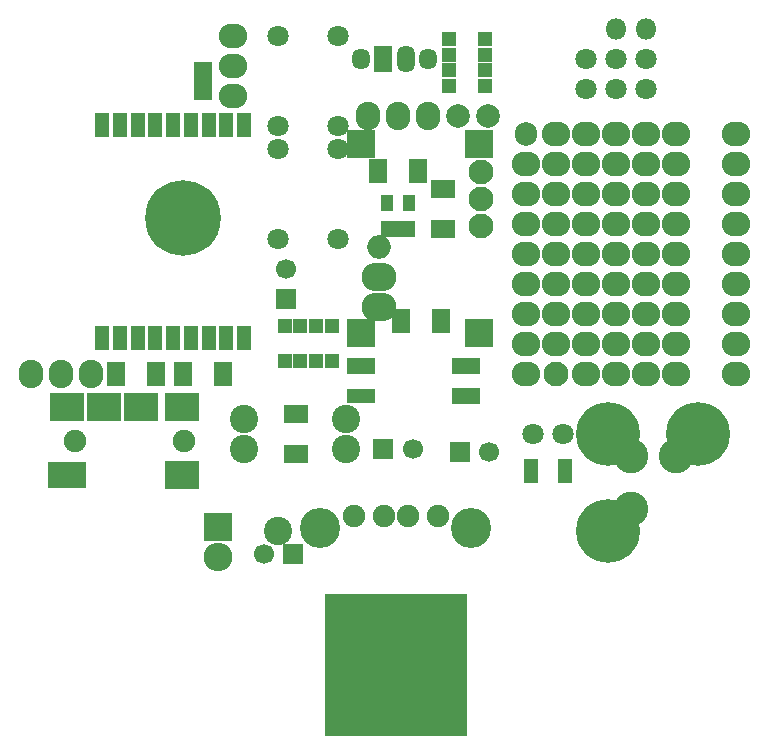
<source format=gbr>
G04 #@! TF.FileFunction,Soldermask,Top*
%FSLAX46Y46*%
G04 Gerber Fmt 4.6, Leading zero omitted, Abs format (unit mm)*
G04 Created by KiCad (PCBNEW 4.0.2+dfsg1-stable) date 2016年08月16日 15時24分34秒*
%MOMM*%
G01*
G04 APERTURE LIST*
%ADD10C,0.100000*%
%ADD11C,2.400000*%
%ADD12R,1.300000X2.100000*%
%ADD13C,6.400000*%
%ADD14O,1.517600X1.800000*%
%ADD15R,1.517600X2.305000*%
%ADD16O,1.517600X2.305000*%
%ADD17C,2.940000*%
%ADD18R,2.900000X2.400000*%
%ADD19R,3.200000X2.200000*%
%ADD20C,1.900000*%
%ADD21R,2.400000X2.400000*%
%ADD22C,1.901140*%
%ADD23O,3.400000X3.400000*%
%ADD24C,2.099260*%
%ADD25R,2.000000X1.600000*%
%ADD26C,1.700000*%
%ADD27R,1.700000X1.700000*%
%ADD28O,2.940000X2.432000*%
%ADD29O,2.000000X2.000000*%
%ADD30C,5.400000*%
%ADD31R,2.398980X1.299160*%
%ADD32R,2.398980X1.400760*%
%ADD33O,2.400000X2.100000*%
%ADD34R,1.600000X1.200000*%
%ADD35O,2.100000X2.400000*%
%ADD36C,2.000000*%
%ADD37C,1.800000*%
%ADD38O,1.800000X1.800000*%
%ADD39R,1.400000X7.810000*%
%ADD40R,1.400000X6.810000*%
%ADD41R,12.100000X12.100000*%
%ADD42C,1.797000*%
%ADD43R,1.600000X2.000000*%
%ADD44O,1.900000X2.000000*%
%ADD45C,2.100000*%
%ADD46R,1.300000X1.300000*%
%ADD47R,2.432000X2.432000*%
%ADD48O,2.432000X2.432000*%
%ADD49R,1.050000X1.460000*%
%ADD50C,2.398980*%
G04 APERTURE END LIST*
D10*
D11*
X146304000Y-113030000D03*
X154940000Y-113030000D03*
D12*
X134335000Y-88155000D03*
X134335000Y-106155000D03*
X135835000Y-88155000D03*
X135835000Y-106155000D03*
X137335000Y-88155000D03*
X137335000Y-106155000D03*
X138835000Y-88155000D03*
X138835000Y-106155000D03*
X140335000Y-88155000D03*
X140335000Y-106155000D03*
X141835000Y-88155000D03*
X141835000Y-106155000D03*
X143335000Y-88155000D03*
X143335000Y-106155000D03*
X144835000Y-88155000D03*
X144835000Y-106155000D03*
X146335000Y-88155000D03*
X146335000Y-106155000D03*
D13*
X141135000Y-96055000D03*
D14*
X156210000Y-82550000D03*
D15*
X158115000Y-82550000D03*
D16*
X160020000Y-82550000D03*
D14*
X161925000Y-82550000D03*
D17*
X179070000Y-120650000D03*
X179070000Y-116205000D03*
X182880000Y-116205000D03*
D18*
X141040000Y-117835000D03*
D19*
X131340000Y-117835000D03*
D18*
X137640000Y-112035000D03*
X141040000Y-112035000D03*
X131340000Y-112035000D03*
D20*
X132040000Y-114935000D03*
X141240000Y-114935000D03*
D18*
X134440000Y-112035000D03*
D21*
X166226500Y-89789500D03*
X156226500Y-89789500D03*
X156226500Y-105789500D03*
X166226500Y-105789500D03*
D22*
X162751860Y-121282880D03*
X160211860Y-121282880D03*
X158179860Y-121282880D03*
X155639860Y-121282880D03*
D23*
X165539000Y-122315000D03*
X152739000Y-122315000D03*
D24*
X166370000Y-94424000D03*
X166370000Y-92132920D03*
X166370000Y-96715080D03*
D25*
X163195000Y-96950000D03*
X163195000Y-93550000D03*
D26*
X167092000Y-115824000D03*
D27*
X164592000Y-115824000D03*
D28*
X157784800Y-103530400D03*
X157784800Y-100990400D03*
D29*
X157784800Y-98450400D03*
D30*
X177165000Y-122555000D03*
X177165000Y-114300000D03*
X184785000Y-114300000D03*
D31*
X156210000Y-111125000D03*
D32*
X156210000Y-108585000D03*
X165100000Y-108585000D03*
X165100000Y-111125000D03*
D33*
X145415000Y-85725000D03*
X145415000Y-83185000D03*
X145415000Y-80645000D03*
D34*
X142875000Y-83455000D03*
X142875000Y-85455000D03*
X142875000Y-84455000D03*
D35*
X133350000Y-109220000D03*
X130810000Y-109220000D03*
X128270000Y-109220000D03*
X156845000Y-87376000D03*
X161925000Y-87376000D03*
X159385000Y-87376000D03*
D36*
X164465000Y-87376000D03*
X167005000Y-87376000D03*
D37*
X180340000Y-85090000D03*
X177800000Y-85090000D03*
X175260000Y-85090000D03*
X180340000Y-82550000D03*
X177800000Y-82550000D03*
X175260000Y-82550000D03*
D38*
X177800000Y-80010000D03*
X180340000Y-80010000D03*
D39*
X155695000Y-134765000D03*
D40*
X158195000Y-134265000D03*
X160195000Y-134265000D03*
D39*
X162695000Y-134765000D03*
D41*
X159195000Y-133845000D03*
D42*
X170815000Y-114300000D03*
X173355000Y-114300000D03*
D11*
X146304000Y-115570000D03*
X154940000Y-115570000D03*
D42*
X154305000Y-88265000D03*
X149225000Y-88265000D03*
X154305000Y-80645000D03*
X149225000Y-80645000D03*
D43*
X138860000Y-109220000D03*
X135460000Y-109220000D03*
X141175000Y-109220000D03*
X144575000Y-109220000D03*
D25*
X150749000Y-112649000D03*
X150749000Y-116049000D03*
D27*
X149860000Y-102870000D03*
D26*
X149860000Y-100370000D03*
X147995000Y-124460000D03*
D27*
X150495000Y-124460000D03*
D33*
X187961000Y-109220000D03*
X187961000Y-99060000D03*
X187961000Y-101600000D03*
X187961000Y-106680000D03*
X187961000Y-104140000D03*
X187961000Y-93980000D03*
X187961000Y-96520000D03*
X187961000Y-91440000D03*
X187961000Y-88900000D03*
X180341000Y-109220000D03*
X180341000Y-99060000D03*
X180341000Y-101600000D03*
X180341000Y-106680000D03*
X180341000Y-104140000D03*
X180341000Y-93980000D03*
X180341000Y-96520000D03*
X180341000Y-91440000D03*
X180341000Y-88900000D03*
X175261000Y-109220000D03*
X175261000Y-99060000D03*
X175261000Y-101600000D03*
X175261000Y-106680000D03*
X175261000Y-104140000D03*
X175261000Y-93980000D03*
X175261000Y-96520000D03*
X175261000Y-91440000D03*
X175261000Y-88900000D03*
X177801000Y-109220000D03*
X177801000Y-99060000D03*
X177801000Y-101600000D03*
X177801000Y-106680000D03*
X177801000Y-104140000D03*
X177801000Y-93980000D03*
X177801000Y-96520000D03*
X177801000Y-91440000D03*
X177801000Y-88900000D03*
X182881000Y-109220000D03*
X182881000Y-99060000D03*
X182881000Y-101600000D03*
X182881000Y-106680000D03*
X182881000Y-104140000D03*
X182881000Y-93980000D03*
X182881000Y-96520000D03*
X182881000Y-91440000D03*
X182881000Y-88900000D03*
X170181000Y-109220000D03*
X170181000Y-99060000D03*
X170181000Y-101600000D03*
X170181000Y-106680000D03*
X170181000Y-104140000D03*
X170181000Y-93980000D03*
X170181000Y-96520000D03*
X170181000Y-91440000D03*
D44*
X170181000Y-88900000D03*
D45*
X172721000Y-109220000D03*
D33*
X172721000Y-99060000D03*
X172721000Y-101600000D03*
X172721000Y-106680000D03*
X172721000Y-104140000D03*
X172721000Y-93980000D03*
X172721000Y-96520000D03*
X172721000Y-91440000D03*
X172721000Y-88900000D03*
D46*
X153765000Y-105180000D03*
X149765000Y-105180000D03*
X152425000Y-105180000D03*
X151105000Y-105180000D03*
X152425000Y-108180000D03*
X153765000Y-108180000D03*
X149765000Y-108180000D03*
X151105000Y-108180000D03*
D47*
X144119600Y-122224800D03*
D48*
X144119600Y-124764800D03*
D12*
X170635000Y-117475000D03*
X173535000Y-117475000D03*
D42*
X149225000Y-90170000D03*
X154305000Y-90170000D03*
X149225000Y-97790000D03*
X154305000Y-97790000D03*
D43*
X162990000Y-104775000D03*
X159590000Y-104775000D03*
X161085000Y-92075000D03*
X157685000Y-92075000D03*
D26*
X160615000Y-115570000D03*
D27*
X158115000Y-115570000D03*
D49*
X158435000Y-96985000D03*
X159385000Y-96985000D03*
X160335000Y-96985000D03*
X160335000Y-94785000D03*
X158435000Y-94785000D03*
D46*
X166727000Y-84867500D03*
X166727000Y-80867500D03*
X166727000Y-83527500D03*
X166727000Y-82207500D03*
X163727000Y-83527500D03*
X163727000Y-84867500D03*
X163727000Y-80867500D03*
X163727000Y-82207500D03*
D50*
X149225000Y-122555000D03*
M02*

</source>
